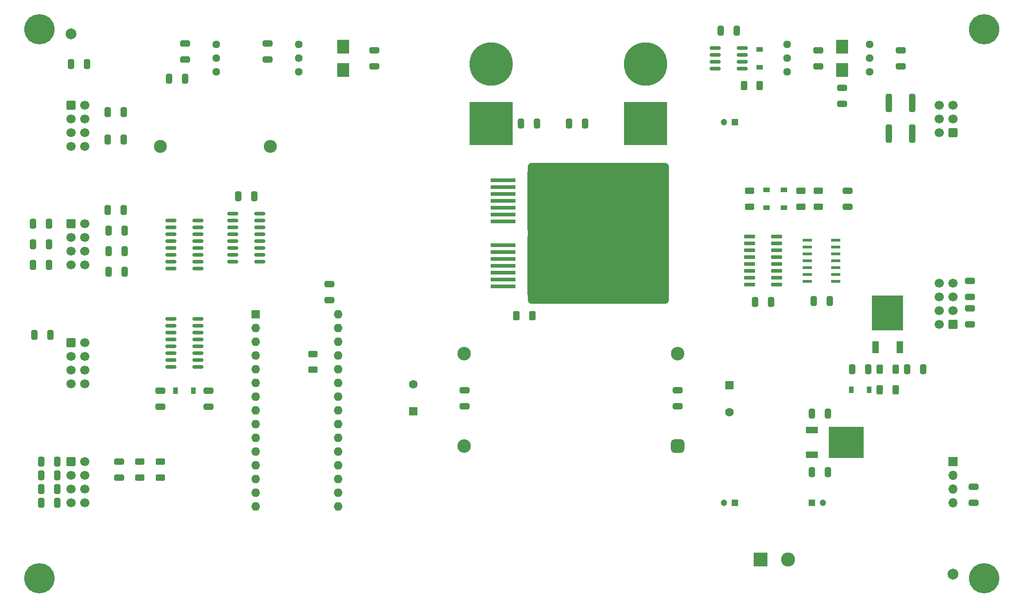
<source format=gbs>
G04 #@! TF.GenerationSoftware,KiCad,Pcbnew,7.0.9-7.0.9~ubuntu20.04.1*
G04 #@! TF.CreationDate,2023-12-17T18:48:26+01:00*
G04 #@! TF.ProjectId,linear_controller,6c696e65-6172-45f6-936f-6e74726f6c6c,1.0*
G04 #@! TF.SameCoordinates,Original*
G04 #@! TF.FileFunction,Soldermask,Bot*
G04 #@! TF.FilePolarity,Negative*
%FSLAX46Y46*%
G04 Gerber Fmt 4.6, Leading zero omitted, Abs format (unit mm)*
G04 Created by KiCad (PCBNEW 7.0.9-7.0.9~ubuntu20.04.1) date 2023-12-17 18:48:26*
%MOMM*%
%LPD*%
G01*
G04 APERTURE LIST*
G04 Aperture macros list*
%AMRoundRect*
0 Rectangle with rounded corners*
0 $1 Rounding radius*
0 $2 $3 $4 $5 $6 $7 $8 $9 X,Y pos of 4 corners*
0 Add a 4 corners polygon primitive as box body*
4,1,4,$2,$3,$4,$5,$6,$7,$8,$9,$2,$3,0*
0 Add four circle primitives for the rounded corners*
1,1,$1+$1,$2,$3*
1,1,$1+$1,$4,$5*
1,1,$1+$1,$6,$7*
1,1,$1+$1,$8,$9*
0 Add four rect primitives between the rounded corners*
20,1,$1+$1,$2,$3,$4,$5,0*
20,1,$1+$1,$4,$5,$6,$7,0*
20,1,$1+$1,$6,$7,$8,$9,0*
20,1,$1+$1,$8,$9,$2,$3,0*%
G04 Aperture macros list end*
%ADD10C,5.600000*%
%ADD11C,1.440000*%
%ADD12RoundRect,0.625000X0.625000X0.625000X-0.625000X0.625000X-0.625000X-0.625000X0.625000X-0.625000X0*%
%ADD13C,2.500000*%
%ADD14R,1.700000X1.700000*%
%ADD15O,1.700000X1.700000*%
%ADD16RoundRect,0.250000X0.600000X0.600000X-0.600000X0.600000X-0.600000X-0.600000X0.600000X-0.600000X0*%
%ADD17C,1.700000*%
%ADD18RoundRect,0.250000X-0.600000X-0.600000X0.600000X-0.600000X0.600000X0.600000X-0.600000X0.600000X0*%
%ADD19R,1.200000X1.200000*%
%ADD20C,1.200000*%
%ADD21C,8.000000*%
%ADD22R,8.000000X8.000000*%
%ADD23R,1.600000X1.600000*%
%ADD24C,1.600000*%
%ADD25O,1.600000X1.600000*%
%ADD26C,2.400000*%
%ADD27O,2.400000X2.400000*%
%ADD28R,2.600000X2.600000*%
%ADD29C,2.600000*%
%ADD30R,0.900000X1.200000*%
%ADD31R,1.200000X0.900000*%
%ADD32RoundRect,0.250000X-0.625000X0.312500X-0.625000X-0.312500X0.625000X-0.312500X0.625000X0.312500X0*%
%ADD33RoundRect,0.250000X-0.312500X-0.625000X0.312500X-0.625000X0.312500X0.625000X-0.312500X0.625000X0*%
%ADD34RoundRect,0.250000X-0.325000X-0.650000X0.325000X-0.650000X0.325000X0.650000X-0.325000X0.650000X0*%
%ADD35RoundRect,0.150000X0.825000X0.150000X-0.825000X0.150000X-0.825000X-0.150000X0.825000X-0.150000X0*%
%ADD36RoundRect,0.042000X-0.943000X-0.258000X0.943000X-0.258000X0.943000X0.258000X-0.943000X0.258000X0*%
%ADD37R,2.300000X2.500000*%
%ADD38RoundRect,0.250000X0.325000X0.650000X-0.325000X0.650000X-0.325000X-0.650000X0.325000X-0.650000X0*%
%ADD39RoundRect,0.250000X0.312500X1.450000X-0.312500X1.450000X-0.312500X-1.450000X0.312500X-1.450000X0*%
%ADD40RoundRect,0.250000X0.650000X-0.325000X0.650000X0.325000X-0.650000X0.325000X-0.650000X-0.325000X0*%
%ADD41C,2.000000*%
%ADD42RoundRect,0.250000X-0.650000X0.325000X-0.650000X-0.325000X0.650000X-0.325000X0.650000X0.325000X0*%
%ADD43RoundRect,0.250000X0.312500X0.625000X-0.312500X0.625000X-0.312500X-0.625000X0.312500X-0.625000X0*%
%ADD44R,2.200000X1.200000*%
%ADD45R,6.400000X5.800000*%
%ADD46R,1.200000X2.200000*%
%ADD47R,5.800000X6.400000*%
%ADD48RoundRect,0.250000X0.625000X-0.312500X0.625000X0.312500X-0.625000X0.312500X-0.625000X-0.312500X0*%
%ADD49R,1.701800X0.533400*%
%ADD50R,4.600000X0.800000*%
%ADD51R,9.400000X10.800000*%
%ADD52RoundRect,0.500000X-12.500000X-12.500000X12.500000X-12.500000X12.500000X12.500000X-12.500000X12.500000X0*%
G04 APERTURE END LIST*
D10*
X54200000Y-145800000D03*
D11*
X102070000Y-52065000D03*
X102070000Y-49525000D03*
X102070000Y-46985000D03*
X86830000Y-52065000D03*
X86830000Y-49525000D03*
X86830000Y-46985000D03*
D12*
X172136500Y-121332500D03*
D13*
X172136500Y-104187500D03*
X132639500Y-104187500D03*
X132639500Y-121332500D03*
D14*
X223000000Y-124190000D03*
D15*
X223000000Y-126730000D03*
X223000000Y-129270000D03*
X223000000Y-131810000D03*
D11*
X192360000Y-52065000D03*
X192360000Y-49525000D03*
X192360000Y-46985000D03*
D16*
X223000000Y-63270000D03*
D17*
X220460000Y-63270000D03*
X223000000Y-60730000D03*
X220460000Y-60730000D03*
X223000000Y-58190000D03*
X220460000Y-58190000D03*
D18*
X60000000Y-80190000D03*
D17*
X62540000Y-80190000D03*
X60000000Y-82730000D03*
X62540000Y-82730000D03*
X60000000Y-85270000D03*
X62540000Y-85270000D03*
X60000000Y-87810000D03*
X62540000Y-87810000D03*
D19*
X182697600Y-131810000D03*
D20*
X180697600Y-131810000D03*
D21*
X166205000Y-50590000D03*
D22*
X166205000Y-61590000D03*
D19*
X196965000Y-131810000D03*
D20*
X198965000Y-131810000D03*
D23*
X123241500Y-114845200D03*
D24*
X123241500Y-109845200D03*
D18*
X60000000Y-58190000D03*
D17*
X62540000Y-58190000D03*
X60000000Y-60730000D03*
X62540000Y-60730000D03*
X60000000Y-63270000D03*
X62540000Y-63270000D03*
X60000000Y-65810000D03*
X62540000Y-65810000D03*
D10*
X54200000Y-44200000D03*
D18*
X60000000Y-124190000D03*
D17*
X62540000Y-124190000D03*
X60000000Y-126730000D03*
X62540000Y-126730000D03*
X60000000Y-129270000D03*
X62540000Y-129270000D03*
X60000000Y-131810000D03*
X62540000Y-131810000D03*
D23*
X94105000Y-96885000D03*
D25*
X94105000Y-99425000D03*
X94105000Y-101965000D03*
X94105000Y-104505000D03*
X94105000Y-107045000D03*
X94105000Y-109585000D03*
X94105000Y-112125000D03*
X94105000Y-114665000D03*
X94105000Y-117205000D03*
X94105000Y-119745000D03*
X94105000Y-122285000D03*
X94105000Y-124825000D03*
X94105000Y-127365000D03*
X94105000Y-129905000D03*
X94105000Y-132445000D03*
X109345000Y-132445000D03*
X109345000Y-129905000D03*
X109345000Y-127365000D03*
X109345000Y-124825000D03*
X109345000Y-122285000D03*
X109345000Y-119745000D03*
X109345000Y-117205000D03*
X109345000Y-114665000D03*
X109345000Y-112125000D03*
X109345000Y-109585000D03*
X109345000Y-107045000D03*
X109345000Y-104505000D03*
X109345000Y-101965000D03*
X109345000Y-99425000D03*
X109345000Y-96885000D03*
D10*
X228800000Y-145800000D03*
X228800000Y-44200000D03*
D21*
X137630000Y-50590000D03*
D22*
X137630000Y-61590000D03*
D19*
X182697600Y-61325000D03*
D20*
X180697600Y-61325000D03*
D11*
X207600000Y-52065000D03*
X207600000Y-49525000D03*
X207600000Y-46985000D03*
D26*
X76510000Y-65810000D03*
D27*
X96830000Y-65810000D03*
D18*
X60000000Y-102190000D03*
D17*
X62540000Y-102190000D03*
X60000000Y-104730000D03*
X62540000Y-104730000D03*
X60000000Y-107270000D03*
X62540000Y-107270000D03*
X60000000Y-109810000D03*
X62540000Y-109810000D03*
D28*
X187435000Y-142275000D03*
D29*
X192515000Y-142275000D03*
D23*
X181661500Y-110039800D03*
D24*
X181661500Y-115039800D03*
D16*
X223000000Y-98810000D03*
D17*
X220460000Y-98810000D03*
X223000000Y-96270000D03*
X220460000Y-96270000D03*
X223000000Y-93730000D03*
X220460000Y-93730000D03*
X223000000Y-91190000D03*
X220460000Y-91190000D03*
D30*
X79305000Y-111080000D03*
X82605000Y-111080000D03*
D31*
X187280000Y-51175000D03*
X187280000Y-47875000D03*
D32*
X104730000Y-104272500D03*
X104730000Y-107197500D03*
D33*
X209472500Y-107065000D03*
X212397500Y-107065000D03*
D34*
X90910000Y-75110000D03*
X93860000Y-75110000D03*
D35*
X83430000Y-79555000D03*
X83430000Y-80825000D03*
X83430000Y-82095000D03*
X83430000Y-83365000D03*
X83430000Y-84635000D03*
X83430000Y-85905000D03*
X83430000Y-87175000D03*
X83430000Y-88445000D03*
X78480000Y-88445000D03*
X78480000Y-87175000D03*
X78480000Y-85905000D03*
X78480000Y-84635000D03*
X78480000Y-83365000D03*
X78480000Y-82095000D03*
X78480000Y-80825000D03*
X78480000Y-79555000D03*
D36*
X185440000Y-91435000D03*
X185440000Y-90165000D03*
X185440000Y-88895000D03*
X185440000Y-87625000D03*
X185440000Y-86355000D03*
X185440000Y-85085000D03*
X185440000Y-83815000D03*
X185440000Y-82545000D03*
X190390000Y-82545000D03*
X190390000Y-83815000D03*
X190390000Y-85085000D03*
X190390000Y-86355000D03*
X190390000Y-87625000D03*
X190390000Y-88895000D03*
X190390000Y-90165000D03*
X190390000Y-91435000D03*
D37*
X202520000Y-51675000D03*
X202520000Y-47375000D03*
D34*
X60000000Y-50570000D03*
X62950000Y-50570000D03*
D38*
X57460000Y-131810000D03*
X54510000Y-131810000D03*
D32*
X198075000Y-74097500D03*
X198075000Y-77022500D03*
D39*
X215452500Y-63495000D03*
X211177500Y-63495000D03*
D31*
X188550000Y-73910000D03*
X188550000Y-77210000D03*
D38*
X57460000Y-126730000D03*
X54510000Y-126730000D03*
D40*
X132766500Y-113917500D03*
X132766500Y-110967500D03*
D41*
X223000000Y-145000000D03*
D40*
X96355000Y-49730000D03*
X96355000Y-46780000D03*
D30*
X204205000Y-110875000D03*
X207505000Y-110875000D03*
D38*
X189385000Y-94610000D03*
X186435000Y-94610000D03*
D34*
X66780000Y-64540000D03*
X69730000Y-64540000D03*
D40*
X81115000Y-49730000D03*
X81115000Y-46780000D03*
X226175000Y-98810000D03*
X226175000Y-95860000D03*
D34*
X143140000Y-61590000D03*
X146090000Y-61590000D03*
X66780000Y-59460000D03*
X69730000Y-59460000D03*
D40*
X172136500Y-113917500D03*
X172136500Y-110967500D03*
D38*
X81115000Y-53335000D03*
X78165000Y-53335000D03*
D34*
X214540000Y-107065000D03*
X217490000Y-107065000D03*
X66985000Y-85270000D03*
X69935000Y-85270000D03*
X180090000Y-44445000D03*
X183040000Y-44445000D03*
D38*
X55965000Y-80190000D03*
X53015000Y-80190000D03*
D31*
X191725000Y-77210000D03*
X191725000Y-73910000D03*
D40*
X198075000Y-51000000D03*
X198075000Y-48050000D03*
D34*
X66985000Y-81460000D03*
X69935000Y-81460000D03*
D42*
X76510000Y-111080000D03*
X76510000Y-114030000D03*
D38*
X207330000Y-107065000D03*
X204380000Y-107065000D03*
D43*
X187280000Y-54605000D03*
X184355000Y-54605000D03*
D32*
X72700000Y-124190000D03*
X72700000Y-127115000D03*
D39*
X215452500Y-57780000D03*
X211177500Y-57780000D03*
D44*
X196965000Y-122920000D03*
D45*
X203265000Y-120640000D03*
D44*
X196965000Y-118360000D03*
D46*
X213215000Y-103010000D03*
D47*
X210935000Y-96710000D03*
D46*
X208655000Y-103010000D03*
D35*
X94860000Y-78285000D03*
X94860000Y-79555000D03*
X94860000Y-80825000D03*
X94860000Y-82095000D03*
X94860000Y-83365000D03*
X94860000Y-84635000D03*
X94860000Y-85905000D03*
X94860000Y-87175000D03*
X89910000Y-87175000D03*
X89910000Y-85905000D03*
X89910000Y-84635000D03*
X89910000Y-83365000D03*
X89910000Y-82095000D03*
X89910000Y-80825000D03*
X89910000Y-79555000D03*
X89910000Y-78285000D03*
D40*
X107785000Y-94325000D03*
X107785000Y-91375000D03*
X213315000Y-51000000D03*
X213315000Y-48050000D03*
D38*
X200185000Y-94490000D03*
X197235000Y-94490000D03*
X154980000Y-61590000D03*
X152030000Y-61590000D03*
D48*
X76510000Y-127115000D03*
X76510000Y-124190000D03*
D40*
X203530000Y-77035000D03*
X203530000Y-74085000D03*
D49*
X196119200Y-90800000D03*
X196119200Y-89530000D03*
X196119200Y-88260000D03*
X196119200Y-86990000D03*
X196119200Y-85720000D03*
X196119200Y-84450000D03*
X196119200Y-83180000D03*
X201300800Y-83180000D03*
X201300800Y-84450000D03*
X201300800Y-85720000D03*
X201300800Y-86990000D03*
X201300800Y-88260000D03*
X201300800Y-89530000D03*
X201300800Y-90800000D03*
D42*
X202520000Y-55035000D03*
X202520000Y-57985000D03*
D43*
X145250000Y-97150000D03*
X142325000Y-97150000D03*
D34*
X66985000Y-89080000D03*
X69935000Y-89080000D03*
X196965000Y-126095000D03*
X199915000Y-126095000D03*
D48*
X194900000Y-77022500D03*
X194900000Y-74097500D03*
D38*
X55965000Y-87810000D03*
X53015000Y-87810000D03*
D40*
X116040000Y-51000000D03*
X116040000Y-48050000D03*
D38*
X57460000Y-129270000D03*
X54510000Y-129270000D03*
D50*
X139820000Y-79770000D03*
X139820000Y-78500000D03*
X139820000Y-77230000D03*
X139820000Y-75960000D03*
D51*
X148970000Y-75960000D03*
D50*
X139820000Y-74690000D03*
X139820000Y-73420000D03*
X139820000Y-72150000D03*
D52*
X157470000Y-81960000D03*
D38*
X57460000Y-124190000D03*
X54510000Y-124190000D03*
D42*
X85400000Y-111080000D03*
X85400000Y-114030000D03*
X68890000Y-124190000D03*
X68890000Y-127140000D03*
D40*
X226175000Y-93730000D03*
X226175000Y-90780000D03*
D35*
X184040000Y-47620000D03*
X184040000Y-48890000D03*
X184040000Y-50160000D03*
X184040000Y-51430000D03*
X179090000Y-51430000D03*
X179090000Y-50160000D03*
X179090000Y-48890000D03*
X179090000Y-47620000D03*
D38*
X55965000Y-84000000D03*
X53015000Y-84000000D03*
X56200000Y-100715000D03*
X53250000Y-100715000D03*
D32*
X185375000Y-74097500D03*
X185375000Y-77022500D03*
D34*
X66780000Y-77650000D03*
X69730000Y-77650000D03*
D43*
X212397500Y-110875000D03*
X209472500Y-110875000D03*
D40*
X226810000Y-131810000D03*
X226810000Y-128860000D03*
D37*
X110325000Y-51675000D03*
X110325000Y-47375000D03*
D41*
X60000000Y-45000000D03*
D34*
X196965000Y-115300000D03*
X199915000Y-115300000D03*
D50*
X139820000Y-91770000D03*
X139820000Y-90500000D03*
X139820000Y-89230000D03*
X139820000Y-87960000D03*
D51*
X148970000Y-87960000D03*
D50*
X139820000Y-86690000D03*
X139820000Y-85420000D03*
X139820000Y-84150000D03*
D35*
X83430000Y-97745000D03*
X83430000Y-99015000D03*
X83430000Y-100285000D03*
X83430000Y-101555000D03*
X83430000Y-102825000D03*
X83430000Y-104095000D03*
X83430000Y-105365000D03*
X83430000Y-106635000D03*
X78480000Y-106635000D03*
X78480000Y-105365000D03*
X78480000Y-104095000D03*
X78480000Y-102825000D03*
X78480000Y-101555000D03*
X78480000Y-100285000D03*
X78480000Y-99015000D03*
X78480000Y-97745000D03*
M02*

</source>
